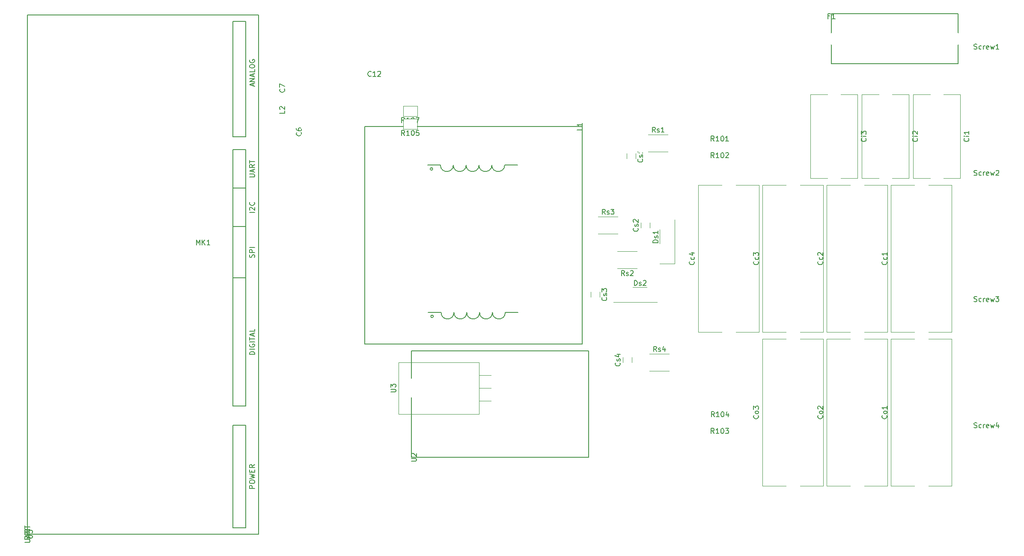
<source format=gbr>
G04 #@! TF.GenerationSoftware,KiCad,Pcbnew,(5.0.0-rc2-dev-586-g888c43477)*
G04 #@! TF.CreationDate,2018-06-03T12:19:04-03:00*
G04 #@! TF.ProjectId,Mcc18,4D636331382E6B696361645F70636200,rev?*
G04 #@! TF.SameCoordinates,Original*
G04 #@! TF.FileFunction,Legend,Top*
G04 #@! TF.FilePolarity,Positive*
%FSLAX46Y46*%
G04 Gerber Fmt 4.6, Leading zero omitted, Abs format (unit mm)*
G04 Created by KiCad (PCBNEW (5.0.0-rc2-dev-586-g888c43477)) date 06/03/18 12:19:04*
%MOMM*%
%LPD*%
G01*
G04 APERTURE LIST*
%ADD10C,0.120000*%
%ADD11C,0.150000*%
%ADD12C,1.924000*%
%ADD13C,4.800000*%
%ADD14R,1.400000X1.900000*%
%ADD15R,1.695000X1.800000*%
%ADD16O,4.000000X4.000000*%
%ADD17R,2.900000X4.900000*%
%ADD18O,2.900000X4.900000*%
%ADD19C,2.200000*%
%ADD20R,2.200000X2.200000*%
%ADD21C,5.400000*%
%ADD22O,2.400000X1.600000*%
%ADD23R,2.200000X1.795000*%
%ADD24O,2.400000X2.305000*%
%ADD25R,2.400000X2.305000*%
%ADD26O,3.900000X3.900000*%
%ADD27C,2.600000*%
%ADD28R,3.900000X3.100000*%
%ADD29R,3.100000X3.900000*%
%ADD30R,1.800000X1.695000*%
%ADD31R,1.895000X3.800000*%
%ADD32C,2.800000*%
%ADD33C,10.400000*%
%ADD34C,3.400000*%
G04 APERTURE END LIST*
D10*
X127638000Y-62722000D02*
X124838000Y-62722000D01*
X124838000Y-62722000D02*
X124838000Y-60722000D01*
X124838000Y-60722000D02*
X127638000Y-60722000D01*
X127638000Y-60722000D02*
X127638000Y-62722000D01*
X127638000Y-63262000D02*
X127638000Y-65262000D01*
X124838000Y-63262000D02*
X127638000Y-63262000D01*
X124838000Y-65262000D02*
X124838000Y-63262000D01*
X127638000Y-65262000D02*
X124838000Y-65262000D01*
D11*
X161544000Y-130302000D02*
X161544000Y-109220000D01*
X126492000Y-109220000D02*
X161544000Y-109220000D01*
X126492000Y-130302000D02*
X161544000Y-130302000D01*
X126492000Y-130302000D02*
X126492000Y-109220000D01*
X130683000Y-73152000D02*
G75*
G03X130683000Y-73152000I-254000J0D01*
G01*
X130810000Y-102362000D02*
G75*
G03X130810000Y-102362000I-254000J0D01*
G01*
X129667000Y-72390000D02*
X132207000Y-72390000D01*
X146177000Y-72390000D02*
X147447000Y-72390000D01*
X144907000Y-72390000D02*
X146177000Y-72390000D01*
X142367000Y-72390000D02*
G75*
G02X139827000Y-72390000I-1270000J0D01*
G01*
X134747000Y-72390000D02*
G75*
G02X132207000Y-72390000I-1270000J0D01*
G01*
X137287000Y-72390000D02*
G75*
G02X134747000Y-72390000I-1270000J0D01*
G01*
X139827000Y-72390000D02*
G75*
G02X137287000Y-72390000I-1270000J0D01*
G01*
X144907000Y-72390000D02*
G75*
G02X142367000Y-72390000I-1270000J0D01*
G01*
X146304000Y-101600000D02*
X147574000Y-101600000D01*
X145034000Y-101600000D02*
X146304000Y-101600000D01*
X145034000Y-101600000D02*
G75*
G02X142494000Y-101600000I-1270000J0D01*
G01*
X142494000Y-101600000D02*
G75*
G02X139954000Y-101600000I-1270000J0D01*
G01*
X139954000Y-101600000D02*
G75*
G02X137414000Y-101600000I-1270000J0D01*
G01*
X137414000Y-101600000D02*
G75*
G02X134874000Y-101600000I-1270000J0D01*
G01*
X134874000Y-101600000D02*
G75*
G02X132334000Y-101600000I-1270000J0D01*
G01*
X129794000Y-101600000D02*
X132334000Y-101600000D01*
X117221000Y-64770000D02*
X117221000Y-107823000D01*
X160274000Y-107823000D02*
X117221000Y-107823000D01*
X160274000Y-64770000D02*
X160274000Y-107823000D01*
X160274000Y-64770000D02*
X117221000Y-64770000D01*
X91186000Y-43942000D02*
X91186000Y-66802000D01*
X93726000Y-43942000D02*
X91186000Y-43942000D01*
X93726000Y-66802000D02*
X93726000Y-43942000D01*
X91186000Y-66802000D02*
X93726000Y-66802000D01*
X91186000Y-69342000D02*
X91186000Y-76962000D01*
X93726000Y-69342000D02*
X91186000Y-69342000D01*
X93726000Y-76962000D02*
X93726000Y-69342000D01*
X91186000Y-76962000D02*
X91186000Y-84582000D01*
X93726000Y-76962000D02*
X91186000Y-76962000D01*
X93726000Y-84582000D02*
X93726000Y-76962000D01*
X91186000Y-84582000D02*
X91186000Y-94742000D01*
X93726000Y-84582000D02*
X91186000Y-84582000D01*
X93726000Y-94742000D02*
X93726000Y-84582000D01*
X91186000Y-94742000D02*
X91186000Y-120142000D01*
X93726000Y-94742000D02*
X91186000Y-94742000D01*
X93726000Y-120142000D02*
X93726000Y-94742000D01*
X91186000Y-120142000D02*
X93726000Y-120142000D01*
X91186000Y-123952000D02*
X91186000Y-144272000D01*
X93726000Y-123952000D02*
X91186000Y-123952000D01*
X93726000Y-144272000D02*
X93726000Y-123952000D01*
X91186000Y-144272000D02*
X93726000Y-144272000D01*
X50546000Y-42672000D02*
X96266000Y-42672000D01*
X96266000Y-145542000D02*
X96266000Y-42672000D01*
X50546000Y-145542000D02*
X50546000Y-42672000D01*
X50546000Y-145542000D02*
X96266000Y-145542000D01*
D10*
X170074000Y-111498000D02*
X170074000Y-110498000D01*
X168254000Y-111498000D02*
X168254000Y-110498000D01*
X163724000Y-97544000D02*
X163724000Y-98544000D01*
X161904000Y-97544000D02*
X161904000Y-98544000D01*
X173630000Y-84828000D02*
X173630000Y-83828000D01*
X171810000Y-84828000D02*
X171810000Y-83828000D01*
X170836000Y-70112000D02*
X170836000Y-71112000D01*
X169016000Y-70112000D02*
X169016000Y-71112000D01*
X139820000Y-114046000D02*
X142360000Y-114046000D01*
X139820000Y-116586000D02*
X142360000Y-116586000D01*
X139820000Y-119126000D02*
X142360000Y-119126000D01*
X123930000Y-111466000D02*
X139820000Y-111466000D01*
X123930000Y-121706000D02*
X139820000Y-121706000D01*
X123930000Y-121706000D02*
X123930000Y-111466000D01*
X139820000Y-121706000D02*
X139820000Y-111466000D01*
X218922000Y-74992000D02*
X215558000Y-74992000D01*
X224878000Y-74992000D02*
X221514000Y-74992000D01*
X218922000Y-58372000D02*
X215558000Y-58372000D01*
X224878000Y-58372000D02*
X221514000Y-58372000D01*
X215558000Y-58372000D02*
X215558000Y-74992000D01*
X224878000Y-58372000D02*
X224878000Y-74992000D01*
X229082000Y-74992000D02*
X225718000Y-74992000D01*
X235038000Y-74992000D02*
X231674000Y-74992000D01*
X229082000Y-58372000D02*
X225718000Y-58372000D01*
X235038000Y-58372000D02*
X231674000Y-58372000D01*
X225718000Y-58372000D02*
X225718000Y-74992000D01*
X235038000Y-58372000D02*
X235038000Y-74992000D01*
X208762000Y-74992000D02*
X205398000Y-74992000D01*
X214718000Y-74992000D02*
X211354000Y-74992000D01*
X208762000Y-58372000D02*
X205398000Y-58372000D01*
X214718000Y-58372000D02*
X211354000Y-58372000D01*
X205398000Y-58372000D02*
X205398000Y-74992000D01*
X214718000Y-58372000D02*
X214718000Y-74992000D01*
X166404000Y-99544000D02*
X175104000Y-99544000D01*
X166404000Y-96544000D02*
X166404000Y-99544000D01*
X175104000Y-96544000D02*
X166404000Y-96544000D01*
X178538000Y-91914000D02*
X178538000Y-83214000D01*
X175538000Y-91914000D02*
X178538000Y-91914000D01*
X175538000Y-83214000D02*
X175538000Y-91914000D01*
X173564000Y-113216000D02*
X177464000Y-113216000D01*
X173564000Y-109796000D02*
X177464000Y-109796000D01*
X163404000Y-86038000D02*
X167304000Y-86038000D01*
X163404000Y-82618000D02*
X167304000Y-82618000D01*
X171114000Y-89476000D02*
X167214000Y-89476000D01*
X171114000Y-92896000D02*
X167214000Y-92896000D01*
X173310000Y-69782000D02*
X177210000Y-69782000D01*
X173310000Y-66362000D02*
X177210000Y-66362000D01*
X216025000Y-106818000D02*
X220640000Y-106818000D01*
X208620000Y-106818000D02*
X213235000Y-106818000D01*
X216025000Y-135938000D02*
X220640000Y-135938000D01*
X208620000Y-135938000D02*
X213235000Y-135938000D01*
X220640000Y-135938000D02*
X220640000Y-106818000D01*
X208620000Y-135938000D02*
X208620000Y-106818000D01*
X221320000Y-105458000D02*
X221320000Y-76338000D01*
X233340000Y-105458000D02*
X233340000Y-76338000D01*
X221320000Y-105458000D02*
X225935000Y-105458000D01*
X228725000Y-105458000D02*
X233340000Y-105458000D01*
X221320000Y-76338000D02*
X225935000Y-76338000D01*
X228725000Y-76338000D02*
X233340000Y-76338000D01*
X216025000Y-76338000D02*
X220640000Y-76338000D01*
X208620000Y-76338000D02*
X213235000Y-76338000D01*
X216025000Y-105458000D02*
X220640000Y-105458000D01*
X208620000Y-105458000D02*
X213235000Y-105458000D01*
X220640000Y-105458000D02*
X220640000Y-76338000D01*
X208620000Y-105458000D02*
X208620000Y-76338000D01*
X195920000Y-105458000D02*
X195920000Y-76338000D01*
X207940000Y-105458000D02*
X207940000Y-76338000D01*
X195920000Y-105458000D02*
X200535000Y-105458000D01*
X203325000Y-105458000D02*
X207940000Y-105458000D01*
X195920000Y-76338000D02*
X200535000Y-76338000D01*
X203325000Y-76338000D02*
X207940000Y-76338000D01*
X228725000Y-106818000D02*
X233340000Y-106818000D01*
X221320000Y-106818000D02*
X225935000Y-106818000D01*
X228725000Y-135938000D02*
X233340000Y-135938000D01*
X221320000Y-135938000D02*
X225935000Y-135938000D01*
X233340000Y-135938000D02*
X233340000Y-106818000D01*
X221320000Y-135938000D02*
X221320000Y-106818000D01*
X183220000Y-105458000D02*
X183220000Y-76338000D01*
X195240000Y-105458000D02*
X195240000Y-76338000D01*
X183220000Y-105458000D02*
X187835000Y-105458000D01*
X190625000Y-105458000D02*
X195240000Y-105458000D01*
X183220000Y-76338000D02*
X187835000Y-76338000D01*
X190625000Y-76338000D02*
X195240000Y-76338000D01*
X203325000Y-106818000D02*
X207940000Y-106818000D01*
X195920000Y-106818000D02*
X200535000Y-106818000D01*
X203325000Y-135938000D02*
X207940000Y-135938000D01*
X195920000Y-135938000D02*
X200535000Y-135938000D01*
X207940000Y-135938000D02*
X207940000Y-106818000D01*
X195920000Y-135938000D02*
X195920000Y-106818000D01*
D11*
X234569000Y-42418000D02*
X234569000Y-52324000D01*
X209550000Y-52324000D02*
X234569000Y-52324000D01*
X209550000Y-42418000D02*
X234569000Y-42418000D01*
X209550000Y-42418000D02*
X209550000Y-52324000D01*
X83958276Y-88184380D02*
X83958276Y-87184380D01*
X84291609Y-87898666D01*
X84624942Y-87184380D01*
X84624942Y-88184380D01*
X85101133Y-88184380D02*
X85101133Y-87184380D01*
X85672561Y-88184380D02*
X85243990Y-87612952D01*
X85672561Y-87184380D02*
X85101133Y-87755809D01*
X86624942Y-88184380D02*
X86053514Y-88184380D01*
X86339228Y-88184380D02*
X86339228Y-87184380D01*
X86243990Y-87327238D01*
X86148752Y-87422476D01*
X86053514Y-87470095D01*
X125118952Y-63974380D02*
X124785619Y-63498190D01*
X124547523Y-63974380D02*
X124547523Y-62974380D01*
X124928476Y-62974380D01*
X125023714Y-63022000D01*
X125071333Y-63069619D01*
X125118952Y-63164857D01*
X125118952Y-63307714D01*
X125071333Y-63402952D01*
X125023714Y-63450571D01*
X124928476Y-63498190D01*
X124547523Y-63498190D01*
X126071333Y-63974380D02*
X125499904Y-63974380D01*
X125785619Y-63974380D02*
X125785619Y-62974380D01*
X125690380Y-63117238D01*
X125595142Y-63212476D01*
X125499904Y-63260095D01*
X126690380Y-62974380D02*
X126785619Y-62974380D01*
X126880857Y-63022000D01*
X126928476Y-63069619D01*
X126976095Y-63164857D01*
X127023714Y-63355333D01*
X127023714Y-63593428D01*
X126976095Y-63783904D01*
X126928476Y-63879142D01*
X126880857Y-63926761D01*
X126785619Y-63974380D01*
X126690380Y-63974380D01*
X126595142Y-63926761D01*
X126547523Y-63879142D01*
X126499904Y-63783904D01*
X126452285Y-63593428D01*
X126452285Y-63355333D01*
X126499904Y-63164857D01*
X126547523Y-63069619D01*
X126595142Y-63022000D01*
X126690380Y-62974380D01*
X127357047Y-62974380D02*
X128023714Y-62974380D01*
X127595142Y-63974380D01*
X125118952Y-66514380D02*
X124785619Y-66038190D01*
X124547523Y-66514380D02*
X124547523Y-65514380D01*
X124928476Y-65514380D01*
X125023714Y-65562000D01*
X125071333Y-65609619D01*
X125118952Y-65704857D01*
X125118952Y-65847714D01*
X125071333Y-65942952D01*
X125023714Y-65990571D01*
X124928476Y-66038190D01*
X124547523Y-66038190D01*
X126071333Y-66514380D02*
X125499904Y-66514380D01*
X125785619Y-66514380D02*
X125785619Y-65514380D01*
X125690380Y-65657238D01*
X125595142Y-65752476D01*
X125499904Y-65800095D01*
X126690380Y-65514380D02*
X126785619Y-65514380D01*
X126880857Y-65562000D01*
X126928476Y-65609619D01*
X126976095Y-65704857D01*
X127023714Y-65895333D01*
X127023714Y-66133428D01*
X126976095Y-66323904D01*
X126928476Y-66419142D01*
X126880857Y-66466761D01*
X126785619Y-66514380D01*
X126690380Y-66514380D01*
X126595142Y-66466761D01*
X126547523Y-66419142D01*
X126499904Y-66323904D01*
X126452285Y-66133428D01*
X126452285Y-65895333D01*
X126499904Y-65704857D01*
X126547523Y-65609619D01*
X126595142Y-65562000D01*
X126690380Y-65514380D01*
X127928476Y-65514380D02*
X127452285Y-65514380D01*
X127404666Y-65990571D01*
X127452285Y-65942952D01*
X127547523Y-65895333D01*
X127785619Y-65895333D01*
X127880857Y-65942952D01*
X127928476Y-65990571D01*
X127976095Y-66085809D01*
X127976095Y-66323904D01*
X127928476Y-66419142D01*
X127880857Y-66466761D01*
X127785619Y-66514380D01*
X127547523Y-66514380D01*
X127452285Y-66466761D01*
X127404666Y-66419142D01*
X118483142Y-54713142D02*
X118435523Y-54760761D01*
X118292666Y-54808380D01*
X118197428Y-54808380D01*
X118054571Y-54760761D01*
X117959333Y-54665523D01*
X117911714Y-54570285D01*
X117864095Y-54379809D01*
X117864095Y-54236952D01*
X117911714Y-54046476D01*
X117959333Y-53951238D01*
X118054571Y-53856000D01*
X118197428Y-53808380D01*
X118292666Y-53808380D01*
X118435523Y-53856000D01*
X118483142Y-53903619D01*
X119435523Y-54808380D02*
X118864095Y-54808380D01*
X119149809Y-54808380D02*
X119149809Y-53808380D01*
X119054571Y-53951238D01*
X118959333Y-54046476D01*
X118864095Y-54094095D01*
X119816476Y-53903619D02*
X119864095Y-53856000D01*
X119959333Y-53808380D01*
X120197428Y-53808380D01*
X120292666Y-53856000D01*
X120340285Y-53903619D01*
X120387904Y-53998857D01*
X120387904Y-54094095D01*
X120340285Y-54236952D01*
X119768857Y-54808380D01*
X120387904Y-54808380D01*
X186332952Y-67634380D02*
X185999619Y-67158190D01*
X185761523Y-67634380D02*
X185761523Y-66634380D01*
X186142476Y-66634380D01*
X186237714Y-66682000D01*
X186285333Y-66729619D01*
X186332952Y-66824857D01*
X186332952Y-66967714D01*
X186285333Y-67062952D01*
X186237714Y-67110571D01*
X186142476Y-67158190D01*
X185761523Y-67158190D01*
X187285333Y-67634380D02*
X186713904Y-67634380D01*
X186999619Y-67634380D02*
X186999619Y-66634380D01*
X186904380Y-66777238D01*
X186809142Y-66872476D01*
X186713904Y-66920095D01*
X187904380Y-66634380D02*
X187999619Y-66634380D01*
X188094857Y-66682000D01*
X188142476Y-66729619D01*
X188190095Y-66824857D01*
X188237714Y-67015333D01*
X188237714Y-67253428D01*
X188190095Y-67443904D01*
X188142476Y-67539142D01*
X188094857Y-67586761D01*
X187999619Y-67634380D01*
X187904380Y-67634380D01*
X187809142Y-67586761D01*
X187761523Y-67539142D01*
X187713904Y-67443904D01*
X187666285Y-67253428D01*
X187666285Y-67015333D01*
X187713904Y-66824857D01*
X187761523Y-66729619D01*
X187809142Y-66682000D01*
X187904380Y-66634380D01*
X189190095Y-67634380D02*
X188618666Y-67634380D01*
X188904380Y-67634380D02*
X188904380Y-66634380D01*
X188809142Y-66777238D01*
X188713904Y-66872476D01*
X188618666Y-66920095D01*
X126444380Y-131063904D02*
X127253904Y-131063904D01*
X127349142Y-131016285D01*
X127396761Y-130968666D01*
X127444380Y-130873428D01*
X127444380Y-130682952D01*
X127396761Y-130587714D01*
X127349142Y-130540095D01*
X127253904Y-130492476D01*
X126444380Y-130492476D01*
X126539619Y-130063904D02*
X126492000Y-130016285D01*
X126444380Y-129921047D01*
X126444380Y-129682952D01*
X126492000Y-129587714D01*
X126539619Y-129540095D01*
X126634857Y-129492476D01*
X126730095Y-129492476D01*
X126872952Y-129540095D01*
X127444380Y-130111523D01*
X127444380Y-129492476D01*
X160226380Y-64936666D02*
X160226380Y-65412857D01*
X159226380Y-65412857D01*
X160226380Y-64079523D02*
X160226380Y-64650952D01*
X160226380Y-64365238D02*
X159226380Y-64365238D01*
X159369238Y-64460476D01*
X159464476Y-64555714D01*
X159512095Y-64650952D01*
X50498380Y-146303904D02*
X51307904Y-146303904D01*
X51403142Y-146256285D01*
X51450761Y-146208666D01*
X51498380Y-146113428D01*
X51498380Y-145922952D01*
X51450761Y-145827714D01*
X51403142Y-145780095D01*
X51307904Y-145732476D01*
X50498380Y-145732476D01*
X50498380Y-144780095D02*
X50498380Y-145256285D01*
X50974571Y-145303904D01*
X50926952Y-145256285D01*
X50879333Y-145161047D01*
X50879333Y-144922952D01*
X50926952Y-144827714D01*
X50974571Y-144780095D01*
X51069809Y-144732476D01*
X51307904Y-144732476D01*
X51403142Y-144780095D01*
X51450761Y-144827714D01*
X51498380Y-144922952D01*
X51498380Y-145161047D01*
X51450761Y-145256285D01*
X51403142Y-145303904D01*
X95162666Y-56721047D02*
X95162666Y-56244857D01*
X95448380Y-56816285D02*
X94448380Y-56482952D01*
X95448380Y-56149619D01*
X95448380Y-55816285D02*
X94448380Y-55816285D01*
X95448380Y-55244857D01*
X94448380Y-55244857D01*
X95162666Y-54816285D02*
X95162666Y-54340095D01*
X95448380Y-54911523D02*
X94448380Y-54578190D01*
X95448380Y-54244857D01*
X95448380Y-53435333D02*
X95448380Y-53911523D01*
X94448380Y-53911523D01*
X94448380Y-52911523D02*
X94448380Y-52721047D01*
X94496000Y-52625809D01*
X94591238Y-52530571D01*
X94781714Y-52482952D01*
X95115047Y-52482952D01*
X95305523Y-52530571D01*
X95400761Y-52625809D01*
X95448380Y-52721047D01*
X95448380Y-52911523D01*
X95400761Y-53006761D01*
X95305523Y-53102000D01*
X95115047Y-53149619D01*
X94781714Y-53149619D01*
X94591238Y-53102000D01*
X94496000Y-53006761D01*
X94448380Y-52911523D01*
X94496000Y-51530571D02*
X94448380Y-51625809D01*
X94448380Y-51768666D01*
X94496000Y-51911523D01*
X94591238Y-52006761D01*
X94686476Y-52054380D01*
X94876952Y-52102000D01*
X95019809Y-52102000D01*
X95210285Y-52054380D01*
X95305523Y-52006761D01*
X95400761Y-51911523D01*
X95448380Y-51768666D01*
X95448380Y-51673428D01*
X95400761Y-51530571D01*
X95353142Y-51482952D01*
X95019809Y-51482952D01*
X95019809Y-51673428D01*
X94448380Y-74747238D02*
X95257904Y-74747238D01*
X95353142Y-74699619D01*
X95400761Y-74652000D01*
X95448380Y-74556761D01*
X95448380Y-74366285D01*
X95400761Y-74271047D01*
X95353142Y-74223428D01*
X95257904Y-74175809D01*
X94448380Y-74175809D01*
X95162666Y-73747238D02*
X95162666Y-73271047D01*
X95448380Y-73842476D02*
X94448380Y-73509142D01*
X95448380Y-73175809D01*
X95448380Y-72271047D02*
X94972190Y-72604380D01*
X95448380Y-72842476D02*
X94448380Y-72842476D01*
X94448380Y-72461523D01*
X94496000Y-72366285D01*
X94543619Y-72318666D01*
X94638857Y-72271047D01*
X94781714Y-72271047D01*
X94876952Y-72318666D01*
X94924571Y-72366285D01*
X94972190Y-72461523D01*
X94972190Y-72842476D01*
X94448380Y-71985333D02*
X94448380Y-71413904D01*
X95448380Y-71699619D02*
X94448380Y-71699619D01*
X49998380Y-147137238D02*
X50807904Y-147137238D01*
X50903142Y-147089619D01*
X50950761Y-147042000D01*
X50998380Y-146946761D01*
X50998380Y-146756285D01*
X50950761Y-146661047D01*
X50903142Y-146613428D01*
X50807904Y-146565809D01*
X49998380Y-146565809D01*
X50712666Y-146137238D02*
X50712666Y-145661047D01*
X50998380Y-146232476D02*
X49998380Y-145899142D01*
X50998380Y-145565809D01*
X50998380Y-144661047D02*
X50522190Y-144994380D01*
X50998380Y-145232476D02*
X49998380Y-145232476D01*
X49998380Y-144851523D01*
X50046000Y-144756285D01*
X50093619Y-144708666D01*
X50188857Y-144661047D01*
X50331714Y-144661047D01*
X50426952Y-144708666D01*
X50474571Y-144756285D01*
X50522190Y-144851523D01*
X50522190Y-145232476D01*
X49998380Y-144375333D02*
X49998380Y-143803904D01*
X50998380Y-144089619D02*
X49998380Y-144089619D01*
X95448380Y-81748190D02*
X94448380Y-81748190D01*
X94543619Y-81319619D02*
X94496000Y-81272000D01*
X94448380Y-81176761D01*
X94448380Y-80938666D01*
X94496000Y-80843428D01*
X94543619Y-80795809D01*
X94638857Y-80748190D01*
X94734095Y-80748190D01*
X94876952Y-80795809D01*
X95448380Y-81367238D01*
X95448380Y-80748190D01*
X95353142Y-79748190D02*
X95400761Y-79795809D01*
X95448380Y-79938666D01*
X95448380Y-80033904D01*
X95400761Y-80176761D01*
X95305523Y-80272000D01*
X95210285Y-80319619D01*
X95019809Y-80367238D01*
X94876952Y-80367238D01*
X94686476Y-80319619D01*
X94591238Y-80272000D01*
X94496000Y-80176761D01*
X94448380Y-80033904D01*
X94448380Y-79938666D01*
X94496000Y-79795809D01*
X94543619Y-79748190D01*
X95400761Y-90685809D02*
X95448380Y-90542952D01*
X95448380Y-90304857D01*
X95400761Y-90209619D01*
X95353142Y-90162000D01*
X95257904Y-90114380D01*
X95162666Y-90114380D01*
X95067428Y-90162000D01*
X95019809Y-90209619D01*
X94972190Y-90304857D01*
X94924571Y-90495333D01*
X94876952Y-90590571D01*
X94829333Y-90638190D01*
X94734095Y-90685809D01*
X94638857Y-90685809D01*
X94543619Y-90638190D01*
X94496000Y-90590571D01*
X94448380Y-90495333D01*
X94448380Y-90257238D01*
X94496000Y-90114380D01*
X95448380Y-89685809D02*
X94448380Y-89685809D01*
X94448380Y-89304857D01*
X94496000Y-89209619D01*
X94543619Y-89162000D01*
X94638857Y-89114380D01*
X94781714Y-89114380D01*
X94876952Y-89162000D01*
X94924571Y-89209619D01*
X94972190Y-89304857D01*
X94972190Y-89685809D01*
X95448380Y-88685809D02*
X94448380Y-88685809D01*
X50950761Y-146565809D02*
X50998380Y-146422952D01*
X50998380Y-146184857D01*
X50950761Y-146089619D01*
X50903142Y-146042000D01*
X50807904Y-145994380D01*
X50712666Y-145994380D01*
X50617428Y-146042000D01*
X50569809Y-146089619D01*
X50522190Y-146184857D01*
X50474571Y-146375333D01*
X50426952Y-146470571D01*
X50379333Y-146518190D01*
X50284095Y-146565809D01*
X50188857Y-146565809D01*
X50093619Y-146518190D01*
X50046000Y-146470571D01*
X49998380Y-146375333D01*
X49998380Y-146137238D01*
X50046000Y-145994380D01*
X50998380Y-145565809D02*
X49998380Y-145565809D01*
X49998380Y-145184857D01*
X50046000Y-145089619D01*
X50093619Y-145042000D01*
X50188857Y-144994380D01*
X50331714Y-144994380D01*
X50426952Y-145042000D01*
X50474571Y-145089619D01*
X50522190Y-145184857D01*
X50522190Y-145565809D01*
X50998380Y-144565809D02*
X49998380Y-144565809D01*
X95448380Y-109894380D02*
X94448380Y-109894380D01*
X94448380Y-109656285D01*
X94496000Y-109513428D01*
X94591238Y-109418190D01*
X94686476Y-109370571D01*
X94876952Y-109322952D01*
X95019809Y-109322952D01*
X95210285Y-109370571D01*
X95305523Y-109418190D01*
X95400761Y-109513428D01*
X95448380Y-109656285D01*
X95448380Y-109894380D01*
X95448380Y-108894380D02*
X94448380Y-108894380D01*
X94496000Y-107894380D02*
X94448380Y-107989619D01*
X94448380Y-108132476D01*
X94496000Y-108275333D01*
X94591238Y-108370571D01*
X94686476Y-108418190D01*
X94876952Y-108465809D01*
X95019809Y-108465809D01*
X95210285Y-108418190D01*
X95305523Y-108370571D01*
X95400761Y-108275333D01*
X95448380Y-108132476D01*
X95448380Y-108037238D01*
X95400761Y-107894380D01*
X95353142Y-107846761D01*
X95019809Y-107846761D01*
X95019809Y-108037238D01*
X95448380Y-107418190D02*
X94448380Y-107418190D01*
X94448380Y-107084857D02*
X94448380Y-106513428D01*
X95448380Y-106799142D02*
X94448380Y-106799142D01*
X95162666Y-106227714D02*
X95162666Y-105751523D01*
X95448380Y-106322952D02*
X94448380Y-105989619D01*
X95448380Y-105656285D01*
X95448380Y-104846761D02*
X95448380Y-105322952D01*
X94448380Y-105322952D01*
X95448380Y-136421523D02*
X94448380Y-136421523D01*
X94448380Y-136040571D01*
X94496000Y-135945333D01*
X94543619Y-135897714D01*
X94638857Y-135850095D01*
X94781714Y-135850095D01*
X94876952Y-135897714D01*
X94924571Y-135945333D01*
X94972190Y-136040571D01*
X94972190Y-136421523D01*
X94448380Y-135231047D02*
X94448380Y-135040571D01*
X94496000Y-134945333D01*
X94591238Y-134850095D01*
X94781714Y-134802476D01*
X95115047Y-134802476D01*
X95305523Y-134850095D01*
X95400761Y-134945333D01*
X95448380Y-135040571D01*
X95448380Y-135231047D01*
X95400761Y-135326285D01*
X95305523Y-135421523D01*
X95115047Y-135469142D01*
X94781714Y-135469142D01*
X94591238Y-135421523D01*
X94496000Y-135326285D01*
X94448380Y-135231047D01*
X94448380Y-134469142D02*
X95448380Y-134231047D01*
X94734095Y-134040571D01*
X95448380Y-133850095D01*
X94448380Y-133612000D01*
X94924571Y-133231047D02*
X94924571Y-132897714D01*
X95448380Y-132754857D02*
X95448380Y-133231047D01*
X94448380Y-133231047D01*
X94448380Y-132754857D01*
X95448380Y-131754857D02*
X94972190Y-132088190D01*
X95448380Y-132326285D02*
X94448380Y-132326285D01*
X94448380Y-131945333D01*
X94496000Y-131850095D01*
X94543619Y-131802476D01*
X94638857Y-131754857D01*
X94781714Y-131754857D01*
X94876952Y-131802476D01*
X94924571Y-131850095D01*
X94972190Y-131945333D01*
X94972190Y-132326285D01*
X167671142Y-111569428D02*
X167718761Y-111617047D01*
X167766380Y-111759904D01*
X167766380Y-111855142D01*
X167718761Y-111998000D01*
X167623523Y-112093238D01*
X167528285Y-112140857D01*
X167337809Y-112188476D01*
X167194952Y-112188476D01*
X167004476Y-112140857D01*
X166909238Y-112093238D01*
X166814000Y-111998000D01*
X166766380Y-111855142D01*
X166766380Y-111759904D01*
X166814000Y-111617047D01*
X166861619Y-111569428D01*
X167718761Y-111188476D02*
X167766380Y-111093238D01*
X167766380Y-110902761D01*
X167718761Y-110807523D01*
X167623523Y-110759904D01*
X167575904Y-110759904D01*
X167480666Y-110807523D01*
X167433047Y-110902761D01*
X167433047Y-111045619D01*
X167385428Y-111140857D01*
X167290190Y-111188476D01*
X167242571Y-111188476D01*
X167147333Y-111140857D01*
X167099714Y-111045619D01*
X167099714Y-110902761D01*
X167147333Y-110807523D01*
X167099714Y-109902761D02*
X167766380Y-109902761D01*
X166718761Y-110140857D02*
X167433047Y-110378952D01*
X167433047Y-109759904D01*
X165021142Y-98615428D02*
X165068761Y-98663047D01*
X165116380Y-98805904D01*
X165116380Y-98901142D01*
X165068761Y-99044000D01*
X164973523Y-99139238D01*
X164878285Y-99186857D01*
X164687809Y-99234476D01*
X164544952Y-99234476D01*
X164354476Y-99186857D01*
X164259238Y-99139238D01*
X164164000Y-99044000D01*
X164116380Y-98901142D01*
X164116380Y-98805904D01*
X164164000Y-98663047D01*
X164211619Y-98615428D01*
X165068761Y-98234476D02*
X165116380Y-98139238D01*
X165116380Y-97948761D01*
X165068761Y-97853523D01*
X164973523Y-97805904D01*
X164925904Y-97805904D01*
X164830666Y-97853523D01*
X164783047Y-97948761D01*
X164783047Y-98091619D01*
X164735428Y-98186857D01*
X164640190Y-98234476D01*
X164592571Y-98234476D01*
X164497333Y-98186857D01*
X164449714Y-98091619D01*
X164449714Y-97948761D01*
X164497333Y-97853523D01*
X164116380Y-97472571D02*
X164116380Y-96853523D01*
X164497333Y-97186857D01*
X164497333Y-97044000D01*
X164544952Y-96948761D01*
X164592571Y-96901142D01*
X164687809Y-96853523D01*
X164925904Y-96853523D01*
X165021142Y-96901142D01*
X165068761Y-96948761D01*
X165116380Y-97044000D01*
X165116380Y-97329714D01*
X165068761Y-97424952D01*
X165021142Y-97472571D01*
X171227142Y-84899428D02*
X171274761Y-84947047D01*
X171322380Y-85089904D01*
X171322380Y-85185142D01*
X171274761Y-85328000D01*
X171179523Y-85423238D01*
X171084285Y-85470857D01*
X170893809Y-85518476D01*
X170750952Y-85518476D01*
X170560476Y-85470857D01*
X170465238Y-85423238D01*
X170370000Y-85328000D01*
X170322380Y-85185142D01*
X170322380Y-85089904D01*
X170370000Y-84947047D01*
X170417619Y-84899428D01*
X171274761Y-84518476D02*
X171322380Y-84423238D01*
X171322380Y-84232761D01*
X171274761Y-84137523D01*
X171179523Y-84089904D01*
X171131904Y-84089904D01*
X171036666Y-84137523D01*
X170989047Y-84232761D01*
X170989047Y-84375619D01*
X170941428Y-84470857D01*
X170846190Y-84518476D01*
X170798571Y-84518476D01*
X170703333Y-84470857D01*
X170655714Y-84375619D01*
X170655714Y-84232761D01*
X170703333Y-84137523D01*
X170417619Y-83708952D02*
X170370000Y-83661333D01*
X170322380Y-83566095D01*
X170322380Y-83328000D01*
X170370000Y-83232761D01*
X170417619Y-83185142D01*
X170512857Y-83137523D01*
X170608095Y-83137523D01*
X170750952Y-83185142D01*
X171322380Y-83756571D01*
X171322380Y-83137523D01*
X172133142Y-71183428D02*
X172180761Y-71231047D01*
X172228380Y-71373904D01*
X172228380Y-71469142D01*
X172180761Y-71612000D01*
X172085523Y-71707238D01*
X171990285Y-71754857D01*
X171799809Y-71802476D01*
X171656952Y-71802476D01*
X171466476Y-71754857D01*
X171371238Y-71707238D01*
X171276000Y-71612000D01*
X171228380Y-71469142D01*
X171228380Y-71373904D01*
X171276000Y-71231047D01*
X171323619Y-71183428D01*
X172180761Y-70802476D02*
X172228380Y-70707238D01*
X172228380Y-70516761D01*
X172180761Y-70421523D01*
X172085523Y-70373904D01*
X172037904Y-70373904D01*
X171942666Y-70421523D01*
X171895047Y-70516761D01*
X171895047Y-70659619D01*
X171847428Y-70754857D01*
X171752190Y-70802476D01*
X171704571Y-70802476D01*
X171609333Y-70754857D01*
X171561714Y-70659619D01*
X171561714Y-70516761D01*
X171609333Y-70421523D01*
X172228380Y-69421523D02*
X172228380Y-69992952D01*
X172228380Y-69707238D02*
X171228380Y-69707238D01*
X171371238Y-69802476D01*
X171466476Y-69897714D01*
X171514095Y-69992952D01*
X122382380Y-117347904D02*
X123191904Y-117347904D01*
X123287142Y-117300285D01*
X123334761Y-117252666D01*
X123382380Y-117157428D01*
X123382380Y-116966952D01*
X123334761Y-116871714D01*
X123287142Y-116824095D01*
X123191904Y-116776476D01*
X122382380Y-116776476D01*
X122382380Y-116395523D02*
X122382380Y-115776476D01*
X122763333Y-116109809D01*
X122763333Y-115966952D01*
X122810952Y-115871714D01*
X122858571Y-115824095D01*
X122953809Y-115776476D01*
X123191904Y-115776476D01*
X123287142Y-115824095D01*
X123334761Y-115871714D01*
X123382380Y-115966952D01*
X123382380Y-116252666D01*
X123334761Y-116347904D01*
X123287142Y-116395523D01*
X226485142Y-67086761D02*
X226532761Y-67134380D01*
X226580380Y-67277238D01*
X226580380Y-67372476D01*
X226532761Y-67515333D01*
X226437523Y-67610571D01*
X226342285Y-67658190D01*
X226151809Y-67705809D01*
X226008952Y-67705809D01*
X225818476Y-67658190D01*
X225723238Y-67610571D01*
X225628000Y-67515333D01*
X225580380Y-67372476D01*
X225580380Y-67277238D01*
X225628000Y-67134380D01*
X225675619Y-67086761D01*
X226580380Y-66658190D02*
X225913714Y-66658190D01*
X225580380Y-66658190D02*
X225628000Y-66705809D01*
X225675619Y-66658190D01*
X225628000Y-66610571D01*
X225580380Y-66658190D01*
X225675619Y-66658190D01*
X225675619Y-66229619D02*
X225628000Y-66182000D01*
X225580380Y-66086761D01*
X225580380Y-65848666D01*
X225628000Y-65753428D01*
X225675619Y-65705809D01*
X225770857Y-65658190D01*
X225866095Y-65658190D01*
X226008952Y-65705809D01*
X226580380Y-66277238D01*
X226580380Y-65658190D01*
X236645142Y-67086761D02*
X236692761Y-67134380D01*
X236740380Y-67277238D01*
X236740380Y-67372476D01*
X236692761Y-67515333D01*
X236597523Y-67610571D01*
X236502285Y-67658190D01*
X236311809Y-67705809D01*
X236168952Y-67705809D01*
X235978476Y-67658190D01*
X235883238Y-67610571D01*
X235788000Y-67515333D01*
X235740380Y-67372476D01*
X235740380Y-67277238D01*
X235788000Y-67134380D01*
X235835619Y-67086761D01*
X236740380Y-66658190D02*
X236073714Y-66658190D01*
X235740380Y-66658190D02*
X235788000Y-66705809D01*
X235835619Y-66658190D01*
X235788000Y-66610571D01*
X235740380Y-66658190D01*
X235835619Y-66658190D01*
X236740380Y-65658190D02*
X236740380Y-66229619D01*
X236740380Y-65943904D02*
X235740380Y-65943904D01*
X235883238Y-66039142D01*
X235978476Y-66134380D01*
X236026095Y-66229619D01*
X216325142Y-67086761D02*
X216372761Y-67134380D01*
X216420380Y-67277238D01*
X216420380Y-67372476D01*
X216372761Y-67515333D01*
X216277523Y-67610571D01*
X216182285Y-67658190D01*
X215991809Y-67705809D01*
X215848952Y-67705809D01*
X215658476Y-67658190D01*
X215563238Y-67610571D01*
X215468000Y-67515333D01*
X215420380Y-67372476D01*
X215420380Y-67277238D01*
X215468000Y-67134380D01*
X215515619Y-67086761D01*
X216420380Y-66658190D02*
X215753714Y-66658190D01*
X215420380Y-66658190D02*
X215468000Y-66705809D01*
X215515619Y-66658190D01*
X215468000Y-66610571D01*
X215420380Y-66658190D01*
X215515619Y-66658190D01*
X215420380Y-66277238D02*
X215420380Y-65658190D01*
X215801333Y-65991523D01*
X215801333Y-65848666D01*
X215848952Y-65753428D01*
X215896571Y-65705809D01*
X215991809Y-65658190D01*
X216229904Y-65658190D01*
X216325142Y-65705809D01*
X216372761Y-65753428D01*
X216420380Y-65848666D01*
X216420380Y-66134380D01*
X216372761Y-66229619D01*
X216325142Y-66277238D01*
X170561142Y-96246380D02*
X170561142Y-95246380D01*
X170799238Y-95246380D01*
X170942095Y-95294000D01*
X171037333Y-95389238D01*
X171084952Y-95484476D01*
X171132571Y-95674952D01*
X171132571Y-95817809D01*
X171084952Y-96008285D01*
X171037333Y-96103523D01*
X170942095Y-96198761D01*
X170799238Y-96246380D01*
X170561142Y-96246380D01*
X171513523Y-96198761D02*
X171608761Y-96246380D01*
X171799238Y-96246380D01*
X171894476Y-96198761D01*
X171942095Y-96103523D01*
X171942095Y-96055904D01*
X171894476Y-95960666D01*
X171799238Y-95913047D01*
X171656380Y-95913047D01*
X171561142Y-95865428D01*
X171513523Y-95770190D01*
X171513523Y-95722571D01*
X171561142Y-95627333D01*
X171656380Y-95579714D01*
X171799238Y-95579714D01*
X171894476Y-95627333D01*
X172323047Y-95341619D02*
X172370666Y-95294000D01*
X172465904Y-95246380D01*
X172704000Y-95246380D01*
X172799238Y-95294000D01*
X172846857Y-95341619D01*
X172894476Y-95436857D01*
X172894476Y-95532095D01*
X172846857Y-95674952D01*
X172275428Y-96246380D01*
X172894476Y-96246380D01*
X175240380Y-87756857D02*
X174240380Y-87756857D01*
X174240380Y-87518761D01*
X174288000Y-87375904D01*
X174383238Y-87280666D01*
X174478476Y-87233047D01*
X174668952Y-87185428D01*
X174811809Y-87185428D01*
X175002285Y-87233047D01*
X175097523Y-87280666D01*
X175192761Y-87375904D01*
X175240380Y-87518761D01*
X175240380Y-87756857D01*
X175192761Y-86804476D02*
X175240380Y-86709238D01*
X175240380Y-86518761D01*
X175192761Y-86423523D01*
X175097523Y-86375904D01*
X175049904Y-86375904D01*
X174954666Y-86423523D01*
X174907047Y-86518761D01*
X174907047Y-86661619D01*
X174859428Y-86756857D01*
X174764190Y-86804476D01*
X174716571Y-86804476D01*
X174621333Y-86756857D01*
X174573714Y-86661619D01*
X174573714Y-86518761D01*
X174621333Y-86423523D01*
X175240380Y-85423523D02*
X175240380Y-85994952D01*
X175240380Y-85709238D02*
X174240380Y-85709238D01*
X174383238Y-85804476D01*
X174478476Y-85899714D01*
X174526095Y-85994952D01*
X101418380Y-61634666D02*
X101418380Y-62110857D01*
X100418380Y-62110857D01*
X100513619Y-61348952D02*
X100466000Y-61301333D01*
X100418380Y-61206095D01*
X100418380Y-60968000D01*
X100466000Y-60872761D01*
X100513619Y-60825142D01*
X100608857Y-60777523D01*
X100704095Y-60777523D01*
X100846952Y-60825142D01*
X101418380Y-61396571D01*
X101418380Y-60777523D01*
X174942571Y-109308380D02*
X174609238Y-108832190D01*
X174371142Y-109308380D02*
X174371142Y-108308380D01*
X174752095Y-108308380D01*
X174847333Y-108356000D01*
X174894952Y-108403619D01*
X174942571Y-108498857D01*
X174942571Y-108641714D01*
X174894952Y-108736952D01*
X174847333Y-108784571D01*
X174752095Y-108832190D01*
X174371142Y-108832190D01*
X175323523Y-109260761D02*
X175418761Y-109308380D01*
X175609238Y-109308380D01*
X175704476Y-109260761D01*
X175752095Y-109165523D01*
X175752095Y-109117904D01*
X175704476Y-109022666D01*
X175609238Y-108975047D01*
X175466380Y-108975047D01*
X175371142Y-108927428D01*
X175323523Y-108832190D01*
X175323523Y-108784571D01*
X175371142Y-108689333D01*
X175466380Y-108641714D01*
X175609238Y-108641714D01*
X175704476Y-108689333D01*
X176609238Y-108641714D02*
X176609238Y-109308380D01*
X176371142Y-108260761D02*
X176133047Y-108975047D01*
X176752095Y-108975047D01*
X164782571Y-82130380D02*
X164449238Y-81654190D01*
X164211142Y-82130380D02*
X164211142Y-81130380D01*
X164592095Y-81130380D01*
X164687333Y-81178000D01*
X164734952Y-81225619D01*
X164782571Y-81320857D01*
X164782571Y-81463714D01*
X164734952Y-81558952D01*
X164687333Y-81606571D01*
X164592095Y-81654190D01*
X164211142Y-81654190D01*
X165163523Y-82082761D02*
X165258761Y-82130380D01*
X165449238Y-82130380D01*
X165544476Y-82082761D01*
X165592095Y-81987523D01*
X165592095Y-81939904D01*
X165544476Y-81844666D01*
X165449238Y-81797047D01*
X165306380Y-81797047D01*
X165211142Y-81749428D01*
X165163523Y-81654190D01*
X165163523Y-81606571D01*
X165211142Y-81511333D01*
X165306380Y-81463714D01*
X165449238Y-81463714D01*
X165544476Y-81511333D01*
X165925428Y-81130380D02*
X166544476Y-81130380D01*
X166211142Y-81511333D01*
X166354000Y-81511333D01*
X166449238Y-81558952D01*
X166496857Y-81606571D01*
X166544476Y-81701809D01*
X166544476Y-81939904D01*
X166496857Y-82035142D01*
X166449238Y-82082761D01*
X166354000Y-82130380D01*
X166068285Y-82130380D01*
X165973047Y-82082761D01*
X165925428Y-82035142D01*
X168592571Y-94288380D02*
X168259238Y-93812190D01*
X168021142Y-94288380D02*
X168021142Y-93288380D01*
X168402095Y-93288380D01*
X168497333Y-93336000D01*
X168544952Y-93383619D01*
X168592571Y-93478857D01*
X168592571Y-93621714D01*
X168544952Y-93716952D01*
X168497333Y-93764571D01*
X168402095Y-93812190D01*
X168021142Y-93812190D01*
X168973523Y-94240761D02*
X169068761Y-94288380D01*
X169259238Y-94288380D01*
X169354476Y-94240761D01*
X169402095Y-94145523D01*
X169402095Y-94097904D01*
X169354476Y-94002666D01*
X169259238Y-93955047D01*
X169116380Y-93955047D01*
X169021142Y-93907428D01*
X168973523Y-93812190D01*
X168973523Y-93764571D01*
X169021142Y-93669333D01*
X169116380Y-93621714D01*
X169259238Y-93621714D01*
X169354476Y-93669333D01*
X169783047Y-93383619D02*
X169830666Y-93336000D01*
X169925904Y-93288380D01*
X170164000Y-93288380D01*
X170259238Y-93336000D01*
X170306857Y-93383619D01*
X170354476Y-93478857D01*
X170354476Y-93574095D01*
X170306857Y-93716952D01*
X169735428Y-94288380D01*
X170354476Y-94288380D01*
X174688571Y-65874380D02*
X174355238Y-65398190D01*
X174117142Y-65874380D02*
X174117142Y-64874380D01*
X174498095Y-64874380D01*
X174593333Y-64922000D01*
X174640952Y-64969619D01*
X174688571Y-65064857D01*
X174688571Y-65207714D01*
X174640952Y-65302952D01*
X174593333Y-65350571D01*
X174498095Y-65398190D01*
X174117142Y-65398190D01*
X175069523Y-65826761D02*
X175164761Y-65874380D01*
X175355238Y-65874380D01*
X175450476Y-65826761D01*
X175498095Y-65731523D01*
X175498095Y-65683904D01*
X175450476Y-65588666D01*
X175355238Y-65541047D01*
X175212380Y-65541047D01*
X175117142Y-65493428D01*
X175069523Y-65398190D01*
X175069523Y-65350571D01*
X175117142Y-65255333D01*
X175212380Y-65207714D01*
X175355238Y-65207714D01*
X175450476Y-65255333D01*
X176450476Y-65874380D02*
X175879047Y-65874380D01*
X176164761Y-65874380D02*
X176164761Y-64874380D01*
X176069523Y-65017238D01*
X175974285Y-65112476D01*
X175879047Y-65160095D01*
X104623142Y-65952666D02*
X104670761Y-66000285D01*
X104718380Y-66143142D01*
X104718380Y-66238380D01*
X104670761Y-66381238D01*
X104575523Y-66476476D01*
X104480285Y-66524095D01*
X104289809Y-66571714D01*
X104146952Y-66571714D01*
X103956476Y-66524095D01*
X103861238Y-66476476D01*
X103766000Y-66381238D01*
X103718380Y-66238380D01*
X103718380Y-66143142D01*
X103766000Y-66000285D01*
X103813619Y-65952666D01*
X103718380Y-65095523D02*
X103718380Y-65286000D01*
X103766000Y-65381238D01*
X103813619Y-65428857D01*
X103956476Y-65524095D01*
X104146952Y-65571714D01*
X104527904Y-65571714D01*
X104623142Y-65524095D01*
X104670761Y-65476476D01*
X104718380Y-65381238D01*
X104718380Y-65190761D01*
X104670761Y-65095523D01*
X104623142Y-65047904D01*
X104527904Y-65000285D01*
X104289809Y-65000285D01*
X104194571Y-65047904D01*
X104146952Y-65095523D01*
X104099333Y-65190761D01*
X104099333Y-65381238D01*
X104146952Y-65476476D01*
X104194571Y-65524095D01*
X104289809Y-65571714D01*
X101323142Y-57316666D02*
X101370761Y-57364285D01*
X101418380Y-57507142D01*
X101418380Y-57602380D01*
X101370761Y-57745238D01*
X101275523Y-57840476D01*
X101180285Y-57888095D01*
X100989809Y-57935714D01*
X100846952Y-57935714D01*
X100656476Y-57888095D01*
X100561238Y-57840476D01*
X100466000Y-57745238D01*
X100418380Y-57602380D01*
X100418380Y-57507142D01*
X100466000Y-57364285D01*
X100513619Y-57316666D01*
X100418380Y-56983333D02*
X100418380Y-56316666D01*
X101418380Y-56745238D01*
X207727142Y-121997047D02*
X207774761Y-122044666D01*
X207822380Y-122187523D01*
X207822380Y-122282761D01*
X207774761Y-122425619D01*
X207679523Y-122520857D01*
X207584285Y-122568476D01*
X207393809Y-122616095D01*
X207250952Y-122616095D01*
X207060476Y-122568476D01*
X206965238Y-122520857D01*
X206870000Y-122425619D01*
X206822380Y-122282761D01*
X206822380Y-122187523D01*
X206870000Y-122044666D01*
X206917619Y-121997047D01*
X207822380Y-121425619D02*
X207774761Y-121520857D01*
X207727142Y-121568476D01*
X207631904Y-121616095D01*
X207346190Y-121616095D01*
X207250952Y-121568476D01*
X207203333Y-121520857D01*
X207155714Y-121425619D01*
X207155714Y-121282761D01*
X207203333Y-121187523D01*
X207250952Y-121139904D01*
X207346190Y-121092285D01*
X207631904Y-121092285D01*
X207727142Y-121139904D01*
X207774761Y-121187523D01*
X207822380Y-121282761D01*
X207822380Y-121425619D01*
X206917619Y-120711333D02*
X206870000Y-120663714D01*
X206822380Y-120568476D01*
X206822380Y-120330380D01*
X206870000Y-120235142D01*
X206917619Y-120187523D01*
X207012857Y-120139904D01*
X207108095Y-120139904D01*
X207250952Y-120187523D01*
X207822380Y-120758952D01*
X207822380Y-120139904D01*
X220427142Y-91493238D02*
X220474761Y-91540857D01*
X220522380Y-91683714D01*
X220522380Y-91778952D01*
X220474761Y-91921809D01*
X220379523Y-92017047D01*
X220284285Y-92064666D01*
X220093809Y-92112285D01*
X219950952Y-92112285D01*
X219760476Y-92064666D01*
X219665238Y-92017047D01*
X219570000Y-91921809D01*
X219522380Y-91778952D01*
X219522380Y-91683714D01*
X219570000Y-91540857D01*
X219617619Y-91493238D01*
X220474761Y-90636095D02*
X220522380Y-90731333D01*
X220522380Y-90921809D01*
X220474761Y-91017047D01*
X220427142Y-91064666D01*
X220331904Y-91112285D01*
X220046190Y-91112285D01*
X219950952Y-91064666D01*
X219903333Y-91017047D01*
X219855714Y-90921809D01*
X219855714Y-90731333D01*
X219903333Y-90636095D01*
X220522380Y-89683714D02*
X220522380Y-90255142D01*
X220522380Y-89969428D02*
X219522380Y-89969428D01*
X219665238Y-90064666D01*
X219760476Y-90159904D01*
X219808095Y-90255142D01*
X207727142Y-91493238D02*
X207774761Y-91540857D01*
X207822380Y-91683714D01*
X207822380Y-91778952D01*
X207774761Y-91921809D01*
X207679523Y-92017047D01*
X207584285Y-92064666D01*
X207393809Y-92112285D01*
X207250952Y-92112285D01*
X207060476Y-92064666D01*
X206965238Y-92017047D01*
X206870000Y-91921809D01*
X206822380Y-91778952D01*
X206822380Y-91683714D01*
X206870000Y-91540857D01*
X206917619Y-91493238D01*
X207774761Y-90636095D02*
X207822380Y-90731333D01*
X207822380Y-90921809D01*
X207774761Y-91017047D01*
X207727142Y-91064666D01*
X207631904Y-91112285D01*
X207346190Y-91112285D01*
X207250952Y-91064666D01*
X207203333Y-91017047D01*
X207155714Y-90921809D01*
X207155714Y-90731333D01*
X207203333Y-90636095D01*
X206917619Y-90255142D02*
X206870000Y-90207523D01*
X206822380Y-90112285D01*
X206822380Y-89874190D01*
X206870000Y-89778952D01*
X206917619Y-89731333D01*
X207012857Y-89683714D01*
X207108095Y-89683714D01*
X207250952Y-89731333D01*
X207822380Y-90302761D01*
X207822380Y-89683714D01*
X195027142Y-91493238D02*
X195074761Y-91540857D01*
X195122380Y-91683714D01*
X195122380Y-91778952D01*
X195074761Y-91921809D01*
X194979523Y-92017047D01*
X194884285Y-92064666D01*
X194693809Y-92112285D01*
X194550952Y-92112285D01*
X194360476Y-92064666D01*
X194265238Y-92017047D01*
X194170000Y-91921809D01*
X194122380Y-91778952D01*
X194122380Y-91683714D01*
X194170000Y-91540857D01*
X194217619Y-91493238D01*
X195074761Y-90636095D02*
X195122380Y-90731333D01*
X195122380Y-90921809D01*
X195074761Y-91017047D01*
X195027142Y-91064666D01*
X194931904Y-91112285D01*
X194646190Y-91112285D01*
X194550952Y-91064666D01*
X194503333Y-91017047D01*
X194455714Y-90921809D01*
X194455714Y-90731333D01*
X194503333Y-90636095D01*
X194122380Y-90302761D02*
X194122380Y-89683714D01*
X194503333Y-90017047D01*
X194503333Y-89874190D01*
X194550952Y-89778952D01*
X194598571Y-89731333D01*
X194693809Y-89683714D01*
X194931904Y-89683714D01*
X195027142Y-89731333D01*
X195074761Y-89778952D01*
X195122380Y-89874190D01*
X195122380Y-90159904D01*
X195074761Y-90255142D01*
X195027142Y-90302761D01*
X220427142Y-121997047D02*
X220474761Y-122044666D01*
X220522380Y-122187523D01*
X220522380Y-122282761D01*
X220474761Y-122425619D01*
X220379523Y-122520857D01*
X220284285Y-122568476D01*
X220093809Y-122616095D01*
X219950952Y-122616095D01*
X219760476Y-122568476D01*
X219665238Y-122520857D01*
X219570000Y-122425619D01*
X219522380Y-122282761D01*
X219522380Y-122187523D01*
X219570000Y-122044666D01*
X219617619Y-121997047D01*
X220522380Y-121425619D02*
X220474761Y-121520857D01*
X220427142Y-121568476D01*
X220331904Y-121616095D01*
X220046190Y-121616095D01*
X219950952Y-121568476D01*
X219903333Y-121520857D01*
X219855714Y-121425619D01*
X219855714Y-121282761D01*
X219903333Y-121187523D01*
X219950952Y-121139904D01*
X220046190Y-121092285D01*
X220331904Y-121092285D01*
X220427142Y-121139904D01*
X220474761Y-121187523D01*
X220522380Y-121282761D01*
X220522380Y-121425619D01*
X220522380Y-120139904D02*
X220522380Y-120711333D01*
X220522380Y-120425619D02*
X219522380Y-120425619D01*
X219665238Y-120520857D01*
X219760476Y-120616095D01*
X219808095Y-120711333D01*
X182327142Y-91493238D02*
X182374761Y-91540857D01*
X182422380Y-91683714D01*
X182422380Y-91778952D01*
X182374761Y-91921809D01*
X182279523Y-92017047D01*
X182184285Y-92064666D01*
X181993809Y-92112285D01*
X181850952Y-92112285D01*
X181660476Y-92064666D01*
X181565238Y-92017047D01*
X181470000Y-91921809D01*
X181422380Y-91778952D01*
X181422380Y-91683714D01*
X181470000Y-91540857D01*
X181517619Y-91493238D01*
X182374761Y-90636095D02*
X182422380Y-90731333D01*
X182422380Y-90921809D01*
X182374761Y-91017047D01*
X182327142Y-91064666D01*
X182231904Y-91112285D01*
X181946190Y-91112285D01*
X181850952Y-91064666D01*
X181803333Y-91017047D01*
X181755714Y-90921809D01*
X181755714Y-90731333D01*
X181803333Y-90636095D01*
X181755714Y-89778952D02*
X182422380Y-89778952D01*
X181374761Y-90017047D02*
X182089047Y-90255142D01*
X182089047Y-89636095D01*
X195027142Y-121997047D02*
X195074761Y-122044666D01*
X195122380Y-122187523D01*
X195122380Y-122282761D01*
X195074761Y-122425619D01*
X194979523Y-122520857D01*
X194884285Y-122568476D01*
X194693809Y-122616095D01*
X194550952Y-122616095D01*
X194360476Y-122568476D01*
X194265238Y-122520857D01*
X194170000Y-122425619D01*
X194122380Y-122282761D01*
X194122380Y-122187523D01*
X194170000Y-122044666D01*
X194217619Y-121997047D01*
X195122380Y-121425619D02*
X195074761Y-121520857D01*
X195027142Y-121568476D01*
X194931904Y-121616095D01*
X194646190Y-121616095D01*
X194550952Y-121568476D01*
X194503333Y-121520857D01*
X194455714Y-121425619D01*
X194455714Y-121282761D01*
X194503333Y-121187523D01*
X194550952Y-121139904D01*
X194646190Y-121092285D01*
X194931904Y-121092285D01*
X195027142Y-121139904D01*
X195074761Y-121187523D01*
X195122380Y-121282761D01*
X195122380Y-121425619D01*
X194122380Y-120758952D02*
X194122380Y-120139904D01*
X194503333Y-120473238D01*
X194503333Y-120330380D01*
X194550952Y-120235142D01*
X194598571Y-120187523D01*
X194693809Y-120139904D01*
X194931904Y-120139904D01*
X195027142Y-120187523D01*
X195074761Y-120235142D01*
X195122380Y-120330380D01*
X195122380Y-120616095D01*
X195074761Y-120711333D01*
X195027142Y-120758952D01*
X237749619Y-124376761D02*
X237892476Y-124424380D01*
X238130571Y-124424380D01*
X238225809Y-124376761D01*
X238273428Y-124329142D01*
X238321047Y-124233904D01*
X238321047Y-124138666D01*
X238273428Y-124043428D01*
X238225809Y-123995809D01*
X238130571Y-123948190D01*
X237940095Y-123900571D01*
X237844857Y-123852952D01*
X237797238Y-123805333D01*
X237749619Y-123710095D01*
X237749619Y-123614857D01*
X237797238Y-123519619D01*
X237844857Y-123472000D01*
X237940095Y-123424380D01*
X238178190Y-123424380D01*
X238321047Y-123472000D01*
X239178190Y-124376761D02*
X239082952Y-124424380D01*
X238892476Y-124424380D01*
X238797238Y-124376761D01*
X238749619Y-124329142D01*
X238702000Y-124233904D01*
X238702000Y-123948190D01*
X238749619Y-123852952D01*
X238797238Y-123805333D01*
X238892476Y-123757714D01*
X239082952Y-123757714D01*
X239178190Y-123805333D01*
X239606761Y-124424380D02*
X239606761Y-123757714D01*
X239606761Y-123948190D02*
X239654380Y-123852952D01*
X239702000Y-123805333D01*
X239797238Y-123757714D01*
X239892476Y-123757714D01*
X240606761Y-124376761D02*
X240511523Y-124424380D01*
X240321047Y-124424380D01*
X240225809Y-124376761D01*
X240178190Y-124281523D01*
X240178190Y-123900571D01*
X240225809Y-123805333D01*
X240321047Y-123757714D01*
X240511523Y-123757714D01*
X240606761Y-123805333D01*
X240654380Y-123900571D01*
X240654380Y-123995809D01*
X240178190Y-124091047D01*
X240987714Y-123757714D02*
X241178190Y-124424380D01*
X241368666Y-123948190D01*
X241559142Y-124424380D01*
X241749619Y-123757714D01*
X242559142Y-123757714D02*
X242559142Y-124424380D01*
X242321047Y-123376761D02*
X242082952Y-124091047D01*
X242702000Y-124091047D01*
X237749619Y-99376761D02*
X237892476Y-99424380D01*
X238130571Y-99424380D01*
X238225809Y-99376761D01*
X238273428Y-99329142D01*
X238321047Y-99233904D01*
X238321047Y-99138666D01*
X238273428Y-99043428D01*
X238225809Y-98995809D01*
X238130571Y-98948190D01*
X237940095Y-98900571D01*
X237844857Y-98852952D01*
X237797238Y-98805333D01*
X237749619Y-98710095D01*
X237749619Y-98614857D01*
X237797238Y-98519619D01*
X237844857Y-98472000D01*
X237940095Y-98424380D01*
X238178190Y-98424380D01*
X238321047Y-98472000D01*
X239178190Y-99376761D02*
X239082952Y-99424380D01*
X238892476Y-99424380D01*
X238797238Y-99376761D01*
X238749619Y-99329142D01*
X238702000Y-99233904D01*
X238702000Y-98948190D01*
X238749619Y-98852952D01*
X238797238Y-98805333D01*
X238892476Y-98757714D01*
X239082952Y-98757714D01*
X239178190Y-98805333D01*
X239606761Y-99424380D02*
X239606761Y-98757714D01*
X239606761Y-98948190D02*
X239654380Y-98852952D01*
X239702000Y-98805333D01*
X239797238Y-98757714D01*
X239892476Y-98757714D01*
X240606761Y-99376761D02*
X240511523Y-99424380D01*
X240321047Y-99424380D01*
X240225809Y-99376761D01*
X240178190Y-99281523D01*
X240178190Y-98900571D01*
X240225809Y-98805333D01*
X240321047Y-98757714D01*
X240511523Y-98757714D01*
X240606761Y-98805333D01*
X240654380Y-98900571D01*
X240654380Y-98995809D01*
X240178190Y-99091047D01*
X240987714Y-98757714D02*
X241178190Y-99424380D01*
X241368666Y-98948190D01*
X241559142Y-99424380D01*
X241749619Y-98757714D01*
X242035333Y-98424380D02*
X242654380Y-98424380D01*
X242321047Y-98805333D01*
X242463904Y-98805333D01*
X242559142Y-98852952D01*
X242606761Y-98900571D01*
X242654380Y-98995809D01*
X242654380Y-99233904D01*
X242606761Y-99329142D01*
X242559142Y-99376761D01*
X242463904Y-99424380D01*
X242178190Y-99424380D01*
X242082952Y-99376761D01*
X242035333Y-99329142D01*
X237749619Y-74376761D02*
X237892476Y-74424380D01*
X238130571Y-74424380D01*
X238225809Y-74376761D01*
X238273428Y-74329142D01*
X238321047Y-74233904D01*
X238321047Y-74138666D01*
X238273428Y-74043428D01*
X238225809Y-73995809D01*
X238130571Y-73948190D01*
X237940095Y-73900571D01*
X237844857Y-73852952D01*
X237797238Y-73805333D01*
X237749619Y-73710095D01*
X237749619Y-73614857D01*
X237797238Y-73519619D01*
X237844857Y-73472000D01*
X237940095Y-73424380D01*
X238178190Y-73424380D01*
X238321047Y-73472000D01*
X239178190Y-74376761D02*
X239082952Y-74424380D01*
X238892476Y-74424380D01*
X238797238Y-74376761D01*
X238749619Y-74329142D01*
X238702000Y-74233904D01*
X238702000Y-73948190D01*
X238749619Y-73852952D01*
X238797238Y-73805333D01*
X238892476Y-73757714D01*
X239082952Y-73757714D01*
X239178190Y-73805333D01*
X239606761Y-74424380D02*
X239606761Y-73757714D01*
X239606761Y-73948190D02*
X239654380Y-73852952D01*
X239702000Y-73805333D01*
X239797238Y-73757714D01*
X239892476Y-73757714D01*
X240606761Y-74376761D02*
X240511523Y-74424380D01*
X240321047Y-74424380D01*
X240225809Y-74376761D01*
X240178190Y-74281523D01*
X240178190Y-73900571D01*
X240225809Y-73805333D01*
X240321047Y-73757714D01*
X240511523Y-73757714D01*
X240606761Y-73805333D01*
X240654380Y-73900571D01*
X240654380Y-73995809D01*
X240178190Y-74091047D01*
X240987714Y-73757714D02*
X241178190Y-74424380D01*
X241368666Y-73948190D01*
X241559142Y-74424380D01*
X241749619Y-73757714D01*
X242082952Y-73519619D02*
X242130571Y-73472000D01*
X242225809Y-73424380D01*
X242463904Y-73424380D01*
X242559142Y-73472000D01*
X242606761Y-73519619D01*
X242654380Y-73614857D01*
X242654380Y-73710095D01*
X242606761Y-73852952D01*
X242035333Y-74424380D01*
X242654380Y-74424380D01*
X237749619Y-49376761D02*
X237892476Y-49424380D01*
X238130571Y-49424380D01*
X238225809Y-49376761D01*
X238273428Y-49329142D01*
X238321047Y-49233904D01*
X238321047Y-49138666D01*
X238273428Y-49043428D01*
X238225809Y-48995809D01*
X238130571Y-48948190D01*
X237940095Y-48900571D01*
X237844857Y-48852952D01*
X237797238Y-48805333D01*
X237749619Y-48710095D01*
X237749619Y-48614857D01*
X237797238Y-48519619D01*
X237844857Y-48472000D01*
X237940095Y-48424380D01*
X238178190Y-48424380D01*
X238321047Y-48472000D01*
X239178190Y-49376761D02*
X239082952Y-49424380D01*
X238892476Y-49424380D01*
X238797238Y-49376761D01*
X238749619Y-49329142D01*
X238702000Y-49233904D01*
X238702000Y-48948190D01*
X238749619Y-48852952D01*
X238797238Y-48805333D01*
X238892476Y-48757714D01*
X239082952Y-48757714D01*
X239178190Y-48805333D01*
X239606761Y-49424380D02*
X239606761Y-48757714D01*
X239606761Y-48948190D02*
X239654380Y-48852952D01*
X239702000Y-48805333D01*
X239797238Y-48757714D01*
X239892476Y-48757714D01*
X240606761Y-49376761D02*
X240511523Y-49424380D01*
X240321047Y-49424380D01*
X240225809Y-49376761D01*
X240178190Y-49281523D01*
X240178190Y-48900571D01*
X240225809Y-48805333D01*
X240321047Y-48757714D01*
X240511523Y-48757714D01*
X240606761Y-48805333D01*
X240654380Y-48900571D01*
X240654380Y-48995809D01*
X240178190Y-49091047D01*
X240987714Y-48757714D02*
X241178190Y-49424380D01*
X241368666Y-48948190D01*
X241559142Y-49424380D01*
X241749619Y-48757714D01*
X242654380Y-49424380D02*
X242082952Y-49424380D01*
X242368666Y-49424380D02*
X242368666Y-48424380D01*
X242273428Y-48567238D01*
X242178190Y-48662476D01*
X242082952Y-48710095D01*
X209216666Y-42846571D02*
X208883333Y-42846571D01*
X208883333Y-43370380D02*
X208883333Y-42370380D01*
X209359523Y-42370380D01*
X210264285Y-43370380D02*
X209692857Y-43370380D01*
X209978571Y-43370380D02*
X209978571Y-42370380D01*
X209883333Y-42513238D01*
X209788095Y-42608476D01*
X209692857Y-42656095D01*
X186332952Y-70936380D02*
X185999619Y-70460190D01*
X185761523Y-70936380D02*
X185761523Y-69936380D01*
X186142476Y-69936380D01*
X186237714Y-69984000D01*
X186285333Y-70031619D01*
X186332952Y-70126857D01*
X186332952Y-70269714D01*
X186285333Y-70364952D01*
X186237714Y-70412571D01*
X186142476Y-70460190D01*
X185761523Y-70460190D01*
X187285333Y-70936380D02*
X186713904Y-70936380D01*
X186999619Y-70936380D02*
X186999619Y-69936380D01*
X186904380Y-70079238D01*
X186809142Y-70174476D01*
X186713904Y-70222095D01*
X187904380Y-69936380D02*
X187999619Y-69936380D01*
X188094857Y-69984000D01*
X188142476Y-70031619D01*
X188190095Y-70126857D01*
X188237714Y-70317333D01*
X188237714Y-70555428D01*
X188190095Y-70745904D01*
X188142476Y-70841142D01*
X188094857Y-70888761D01*
X187999619Y-70936380D01*
X187904380Y-70936380D01*
X187809142Y-70888761D01*
X187761523Y-70841142D01*
X187713904Y-70745904D01*
X187666285Y-70555428D01*
X187666285Y-70317333D01*
X187713904Y-70126857D01*
X187761523Y-70031619D01*
X187809142Y-69984000D01*
X187904380Y-69936380D01*
X188618666Y-70031619D02*
X188666285Y-69984000D01*
X188761523Y-69936380D01*
X188999619Y-69936380D01*
X189094857Y-69984000D01*
X189142476Y-70031619D01*
X189190095Y-70126857D01*
X189190095Y-70222095D01*
X189142476Y-70364952D01*
X188571047Y-70936380D01*
X189190095Y-70936380D01*
X186332952Y-125546380D02*
X185999619Y-125070190D01*
X185761523Y-125546380D02*
X185761523Y-124546380D01*
X186142476Y-124546380D01*
X186237714Y-124594000D01*
X186285333Y-124641619D01*
X186332952Y-124736857D01*
X186332952Y-124879714D01*
X186285333Y-124974952D01*
X186237714Y-125022571D01*
X186142476Y-125070190D01*
X185761523Y-125070190D01*
X187285333Y-125546380D02*
X186713904Y-125546380D01*
X186999619Y-125546380D02*
X186999619Y-124546380D01*
X186904380Y-124689238D01*
X186809142Y-124784476D01*
X186713904Y-124832095D01*
X187904380Y-124546380D02*
X187999619Y-124546380D01*
X188094857Y-124594000D01*
X188142476Y-124641619D01*
X188190095Y-124736857D01*
X188237714Y-124927333D01*
X188237714Y-125165428D01*
X188190095Y-125355904D01*
X188142476Y-125451142D01*
X188094857Y-125498761D01*
X187999619Y-125546380D01*
X187904380Y-125546380D01*
X187809142Y-125498761D01*
X187761523Y-125451142D01*
X187713904Y-125355904D01*
X187666285Y-125165428D01*
X187666285Y-124927333D01*
X187713904Y-124736857D01*
X187761523Y-124641619D01*
X187809142Y-124594000D01*
X187904380Y-124546380D01*
X188571047Y-124546380D02*
X189190095Y-124546380D01*
X188856761Y-124927333D01*
X188999619Y-124927333D01*
X189094857Y-124974952D01*
X189142476Y-125022571D01*
X189190095Y-125117809D01*
X189190095Y-125355904D01*
X189142476Y-125451142D01*
X189094857Y-125498761D01*
X188999619Y-125546380D01*
X188713904Y-125546380D01*
X188618666Y-125498761D01*
X188571047Y-125451142D01*
X186381452Y-122244380D02*
X186048119Y-121768190D01*
X185810023Y-122244380D02*
X185810023Y-121244380D01*
X186190976Y-121244380D01*
X186286214Y-121292000D01*
X186333833Y-121339619D01*
X186381452Y-121434857D01*
X186381452Y-121577714D01*
X186333833Y-121672952D01*
X186286214Y-121720571D01*
X186190976Y-121768190D01*
X185810023Y-121768190D01*
X187333833Y-122244380D02*
X186762404Y-122244380D01*
X187048119Y-122244380D02*
X187048119Y-121244380D01*
X186952880Y-121387238D01*
X186857642Y-121482476D01*
X186762404Y-121530095D01*
X187952880Y-121244380D02*
X188048119Y-121244380D01*
X188143357Y-121292000D01*
X188190976Y-121339619D01*
X188238595Y-121434857D01*
X188286214Y-121625333D01*
X188286214Y-121863428D01*
X188238595Y-122053904D01*
X188190976Y-122149142D01*
X188143357Y-122196761D01*
X188048119Y-122244380D01*
X187952880Y-122244380D01*
X187857642Y-122196761D01*
X187810023Y-122149142D01*
X187762404Y-122053904D01*
X187714785Y-121863428D01*
X187714785Y-121625333D01*
X187762404Y-121434857D01*
X187810023Y-121339619D01*
X187857642Y-121292000D01*
X187952880Y-121244380D01*
X189143357Y-121577714D02*
X189143357Y-122244380D01*
X188905261Y-121196761D02*
X188667166Y-121911047D01*
X189286214Y-121911047D01*
%LPC*%
D12*
X105410000Y-67056000D03*
X105410000Y-69596000D03*
X105410000Y-72136000D03*
X105410000Y-75946000D03*
X105410000Y-78486000D03*
X105410000Y-81026000D03*
X105410000Y-83566000D03*
X105410000Y-87376000D03*
X105410000Y-89916000D03*
X105410000Y-92456000D03*
X105410000Y-94996000D03*
X105410000Y-97536000D03*
X105410000Y-101346000D03*
X105410000Y-103886000D03*
X105410000Y-106426000D03*
X105410000Y-108966000D03*
X105410000Y-64516000D03*
D13*
X85267800Y-90932000D03*
D14*
X126888000Y-61722000D03*
X125588000Y-61722000D03*
X125588000Y-64262000D03*
X126888000Y-64262000D03*
D15*
X120093500Y-56388000D03*
X118158500Y-56388000D03*
X186484500Y-65532000D03*
X188419500Y-65532000D03*
D16*
X171566000Y-124508000D03*
D17*
X177016000Y-104648000D03*
D18*
X171566000Y-104648000D03*
X166116000Y-104648000D03*
X177016000Y-76454000D03*
X171566000Y-76454000D03*
D17*
X166116000Y-76454000D03*
D16*
X171566000Y-56594000D03*
D19*
X159766000Y-123952000D03*
D20*
X159766000Y-126492000D03*
D19*
X159766000Y-111252000D03*
X159766000Y-121412000D03*
X159766000Y-118872000D03*
X159766000Y-113792000D03*
X159766000Y-116332000D03*
D21*
X124206000Y-100838000D03*
X124206000Y-71755000D03*
X153289000Y-100838000D03*
X153289000Y-71755000D03*
D13*
X62357000Y-114934000D03*
X73025000Y-46355000D03*
X87225274Y-71247000D03*
D22*
X92456000Y-45212000D03*
X92456000Y-47752000D03*
X92456000Y-50292000D03*
X92456000Y-52832000D03*
X92456000Y-55372000D03*
X92456000Y-57912000D03*
X92456000Y-60452000D03*
X92456000Y-62992000D03*
X92456000Y-65532000D03*
X92456000Y-70612000D03*
X92456000Y-73152000D03*
X92456000Y-75692000D03*
X92456000Y-78232000D03*
X92456000Y-80772000D03*
X92456000Y-83312000D03*
X92456000Y-85852000D03*
X92456000Y-88392000D03*
X92456000Y-90932000D03*
X92456000Y-93472000D03*
X92456000Y-96012000D03*
X92456000Y-98552000D03*
X92456000Y-101092000D03*
X92456000Y-103632000D03*
X92456000Y-106172000D03*
X92456000Y-108712000D03*
X92456000Y-111252000D03*
X92456000Y-113792000D03*
X92456000Y-116332000D03*
X92456000Y-118872000D03*
X92456000Y-125222000D03*
X92456000Y-127762000D03*
X92456000Y-130302000D03*
X92456000Y-132842000D03*
X92456000Y-135382000D03*
X92456000Y-137922000D03*
X92456000Y-140462000D03*
X92456000Y-143002000D03*
D23*
X169164000Y-109480500D03*
X169164000Y-112515500D03*
X162814000Y-96526500D03*
X162814000Y-99561500D03*
X172720000Y-82810500D03*
X172720000Y-85845500D03*
X169926000Y-69094500D03*
X169926000Y-72129500D03*
D24*
X143510000Y-114046000D03*
X143510000Y-116586000D03*
D25*
X143510000Y-119126000D03*
D26*
X126850000Y-116586000D03*
D27*
X220218000Y-74182000D03*
X220218000Y-59182000D03*
X230378000Y-74182000D03*
X230378000Y-59182000D03*
X210058000Y-74182000D03*
X210058000Y-59182000D03*
D28*
X175104000Y-98044000D03*
X168304000Y-98044000D03*
D29*
X177038000Y-83214000D03*
X177038000Y-90014000D03*
D30*
X102616000Y-60500500D03*
X102616000Y-62435500D03*
D31*
X178531500Y-111506000D03*
X172496500Y-111506000D03*
X168371500Y-84328000D03*
X162336500Y-84328000D03*
X166146500Y-91186000D03*
X172181500Y-91186000D03*
X178277500Y-68072000D03*
X172242500Y-68072000D03*
D30*
X102616000Y-64818500D03*
X102616000Y-66753500D03*
X102616000Y-56182500D03*
X102616000Y-58117500D03*
D32*
X214630000Y-107628000D03*
X214630000Y-135128000D03*
X227330000Y-104648000D03*
X227330000Y-77148000D03*
X214630000Y-77148000D03*
X214630000Y-104648000D03*
X201930000Y-104648000D03*
X201930000Y-77148000D03*
X227330000Y-107628000D03*
X227330000Y-135128000D03*
X189230000Y-104648000D03*
X189230000Y-77148000D03*
X201930000Y-107628000D03*
X201930000Y-135128000D03*
D33*
X240202000Y-129972000D03*
X240202000Y-104972000D03*
X240202000Y-79972000D03*
X240202000Y-54972000D03*
D34*
X233273600Y-47371000D03*
X210820000Y-47371000D03*
D15*
X188419500Y-68834000D03*
X186484500Y-68834000D03*
X186484500Y-123444000D03*
X188419500Y-123444000D03*
X188468000Y-120142000D03*
X186533000Y-120142000D03*
M02*

</source>
